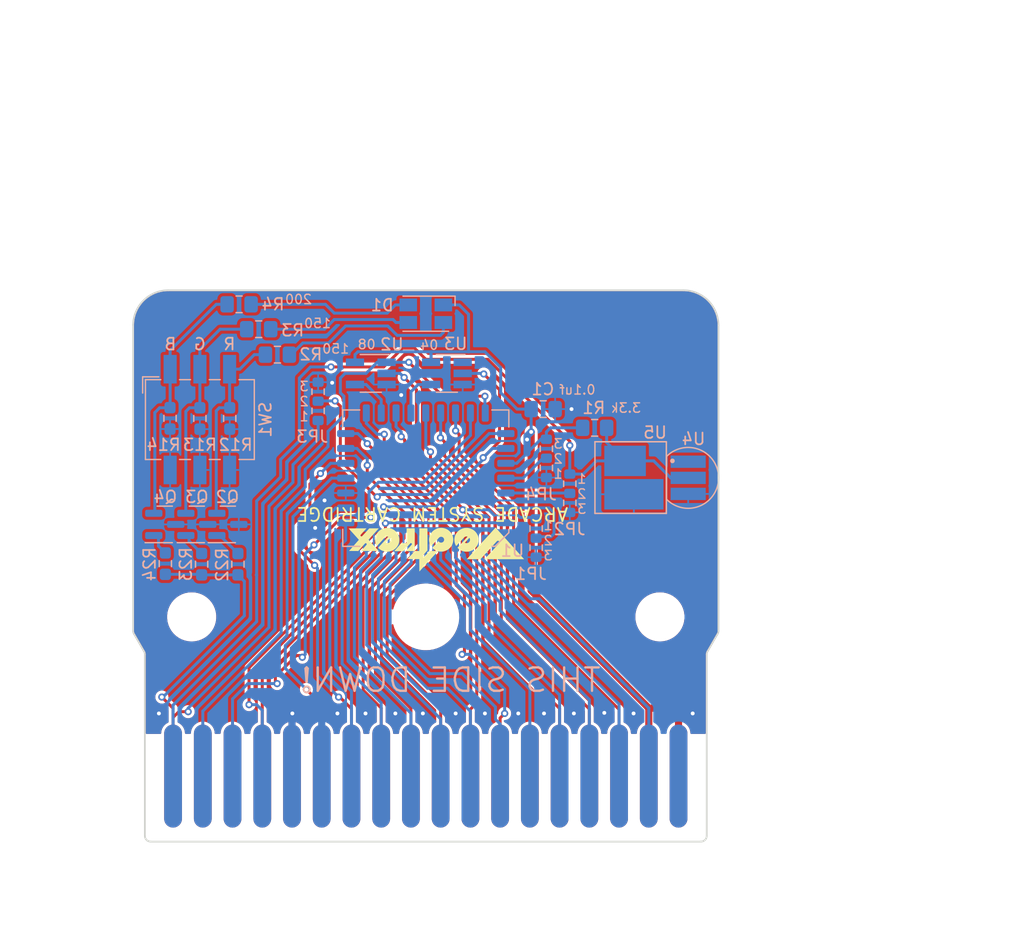
<source format=kicad_pcb>
(kicad_pcb (version 20221018) (generator pcbnew)
  (title_block (title "Vectrex Cartridge") (date "2024-01-13") (rev "v1.4") (company "Brett Walach"))
  (layers (0 "F.Cu" signal) (31 "B.Cu" signal) (34 "B.Paste" user) (35 "F.Paste" user) (36 "B.SilkS" user "B.Silkscreen") (37 "F.SilkS" user "F.Silkscreen") (38 "B.Mask" user) (39 "F.Mask" user) (44 "Edge.Cuts" user))
  (net 0 "")
  (net 1 "GND")
  (net 2 "V-HALT")
  (net 3 "V-OE")
  (net 4 "V-RW")
  (net 5 "V-PB6")
  (net 6 "C_D7")
  (net 7 "C_D6")
  (net 8 "C_D5")
  (net 9 "C_D4")
  (net 10 "C_D3")
  (net 11 "C_D0")
  (net 12 "C_D1")
  (net 13 "C_D2")
  (net 14 "C_A8")
  (net 15 "C_A9")
  (net 16 "C_A11")
  (net 17 "C_A10")
  (net 18 "C_A7")
  (net 19 "C_A6")
  (net 20 "C_A5")
  (net 21 "C_A4")
  (net 22 "C_A3")
  (net 23 "C_A2")
  (net 24 "C_A1")
  (net 25 "C_A0")
  (net 26 "C_A12")
  (net 27 "C_A13")
  (net 28 "C_A14")
  (net 29 "V-CART")
  (net 30 "V-NMI")
  (net 31 "V-IRQ")
  (net 32 "+5V")
  (net 33 "Net-(D1-BK)")
  (net 34 "Net-(D1-GK)")
  (net 35 "Net-(D1-RK)")
  (net 36 "Net-(JP1-C)")
  (net 37 "Net-(JP2-C)")
  (net 38 "C000_FFFF")
  (net 39 "{slash}V-RW")
  (net 40 "C_A15")
  (net 41 "Net-(JP3-C)")
  (net 42 "Net-(JP4-C)")
  (net 43 "Net-(Q2-B)")
  (net 44 "Net-(Q2-E)")
  (net 45 "Net-(Q3-B)")
  (net 46 "Net-(Q3-E)")
  (net 47 "Net-(Q4-B)")
  (net 48 "Net-(Q4-E)")
  (footprint "vectrex-cartridge:vectrex-edge-connector-thinner-no-soldermask-no-silk" (layer "F.Cu") (at 141.7 131.2 180)
    (fp_text reference "CON1" hide)
    (fp_text value "vectrex-edge-connector" hide)
  )
  (footprint "vectrex-cartridge:Mounting_Hole_D3.7mm" (layer "F.Cu") (at 161.7 117.6)
    (fp_text reference "H1" hide)
    (fp_text value "3.7mm" hide)
  )
  (footprint "vectrex-cartridge:Mounting_Hole_D5.2mm" (layer "F.Cu") (at 141.7 117.6)
    (fp_text reference "H2" hide)
    (fp_text value "5.2mm" hide)
  )
  (footprint "vectrex-cartridge:Mounting_Hole_D3.7mm" (layer "F.Cu") (at 121.7 117.6)
    (fp_text reference "H3" hide)
    (fp_text value "3.7mm" hide)
  )
  (footprint "vectrex-cartridge:vectrex-us-silkscreen-15mm" (layer "F.Cu") (at 142.6 111.85 180)
    (fp_text reference "G2" hide)
    (fp_text value "LOGO" hide)
  )
  (footprint "vectrex-cartridge:R_0603_1608Metric_Jumper_12_Bridged" (layer "B.Cu") (at 151.125 110.05 -90)
    (fp_text reference "JP1")
    (fp_text value "C_A15/A15/GND")
  )
  (footprint "Resistor_SMD:R_0805_2012Metric_Pad1.15x1.40mm_HandSolder" (layer "B.Cu") (at 156.125 101.45)
    (fp_text reference "R1")
    (fp_text value "3.3k 0805" hide)
  )
  (footprint "Package_LCC:PLCC-32_11.4x14.0mm_P1.27mm" (layer "B.Cu") (at 141.7 105.75 90)
    (fp_text reference "U1")
    (fp_text value "SST39SF010A/020A/040A" hide)
  )
  (footprint "Capacitor_SMD:C_0805_2012Metric_Pad1.15x1.40mm_HandSolder" (layer "B.Cu") (at 151.725 99.85)
    (fp_text reference "C1")
    (fp_text value "0.1uF 0805" hide)
  )
  (footprint "Resistor_SMD:R_0805_2012Metric_Pad1.15x1.40mm_HandSolder" (layer "B.Cu") (at 125.75 90.9 180)
    (fp_text reference "R4")
    (fp_text value "200 0805")
  )
  (footprint "vectrex-cartridge:SW_DIP_SPSTx03_Slide_6.7x9.18mm_W8.61mm_P2.54mm_LowProfile_NoSWSilk" (layer "B.Cu") (at 122.4 100.745 -90)
    (fp_text reference "SW1")
    (fp_text value "SW_DIP_x03")
  )
  (footprint "Resistor_SMD:R_0805_2012Metric_Pad1.15x1.40mm_HandSolder" (layer "B.Cu") (at 127.425 93.025 180)
    (fp_text reference "R3")
    (fp_text value "150 0805")
  )
  (footprint "Resistor_SMD:R_0805_2012Metric_Pad1.15x1.40mm_HandSolder" (layer "B.Cu") (at 129.025 95.2 180)
    (fp_text reference "R2")
    (fp_text value "150 0805")
  )
  (footprint "vectrex-cartridge:LED_Avago_PLCC4_3.2x2.8mm_CW" (layer "B.Cu") (at 141.7 91.7 180)
    (fp_text reference "D1")
    (fp_text value "ASMB-MTB0-0A3A2")
  )
  (footprint "Resistor_SMD:R_0603_1608Metric_Pad0.98x0.95mm_HandSolder" (layer "B.Cu") (at 124.95 100.65 90)
    (fp_text reference "R12")
    (fp_text value "0 0603")
  )
  (footprint "Package_TO_SOT_SMD:SOT-23" (layer "B.Cu") (at 124.7875 109.7)
    (fp_text reference "Q2")
    (fp_text value "MMBT4403")
  )
  (footprint "vectrex-cartridge:R_0603_1608Metric_Jumper_12_Bridged" (layer "B.Cu") (at 154 106.225 -90)
    (fp_text reference "JP2")
    (fp_text value "PB6/A16/GND")
  )
  (footprint "Resistor_SMD:R_0603_1608Metric_Pad0.98x0.95mm_HandSolder" (layer "B.Cu") (at 125.65 113.1 90)
    (fp_text reference "R22")
    (fp_text value "1k 0603")
  )
  (footprint "vectrex-cartridge:R_0603_1608Metric_Jumper_12_Bridged" (layer "B.Cu") (at 152 104.875 90)
    (fp_text reference "JP4")
    (fp_text value "GND/A18/+5V")
  )
  (footprint "Resistor_SMD:R_0603_1608Metric_Pad0.98x0.95mm_HandSolder" (layer "B.Cu") (at 122.4 100.65 90)
    (fp_text reference "R13")
    (fp_text value "0 0603")
  )
  (footprint "Resistor_SMD:R_0603_1608Metric_Pad0.98x0.95mm_HandSolder" (layer "B.Cu") (at 119.85 100.6375 90)
    (fp_text reference "R14")
    (fp_text value "0 0603")
  )
  (footprint "Package_TO_SOT_SMD:SOT-23-5_HandSoldering" (layer "B.Cu") (at 137 96.8 180)
    (fp_text reference "U2")
    (fp_text value "NC7ST08M5X (Do Not Substitute)" hide)
  )
  (footprint "vectrex-cartridge:R_0603_1608Metric_Jumper_12_Bridged" (layer "B.Cu") (at 132.5 100 90)
    (fp_text reference "JP3")
    (fp_text value "IRQ/A17/GND")
  )
  (footprint "Package_TO_SOT_SMD:SOT-23-5_HandSoldering" (layer "B.Cu") (at 143.5 96.8 180)
    (fp_text reference "U3")
    (fp_text value "SN74AHC1G04DBVR (Schmitt-Trigger)" hide)
  )
  (footprint "vectrex-cartridge:2SFN_6mmx6mm" (layer "B.Cu") (at 159.2 105.7 180)
    (fp_text reference "U5")
    (fp_text value "DS2431G+ 2-SFN")
  )
  (footprint "Resistor_SMD:R_0603_1608Metric_Pad0.98x0.95mm_HandSolder" (layer "B.Cu") (at 122.55 113.1 90)
    (fp_text reference "R23")
    (fp_text value "1k 0603")
  )
  (footprint "Package_TO_SOT_SMD:SOT-23" (layer "B.Cu") (at 122.1375 109.7)
    (fp_text reference "Q3")
    (fp_text value "MMBT4403")
  )
  (footprint "vectrex-cartridge:vectrex-us-soldermask-15mm" (layer "B.Cu") (at 157.15 93.15 180)
    (fp_text reference "G1" hide)
    (fp_text value "LOGO" hide)
  )
  (footprint "Package_TO_SOT_SMD:SOT-23" (layer "B.Cu") (at 119.4 109.7)
    (fp_text reference "Q4")
    (fp_text value "MMBT4403")
  )
  (footprint "vectrex-cartridge:TO-92_Inline_BW_SMT" (layer "B.Cu") (at 164.115 106.995 90)
    (fp_text reference "U4")
    (fp_text value "DS2431+ TO-92")
  )
  (footprint "Resistor_SMD:R_0603_1608Metric_Pad0.98x0.95mm_HandSolder" (layer "B.Cu") (at 119.45 113.05 90)
    (fp_text reference "R24")
    (fp_text value "1k 0603")
  )
  (gr_circle (center 131.530742 123.8) (end 131.780742 123.9) (stroke (width 0.15)) (fill none) (layer "B.SilkS"))
  (gr_line (start 118.2 136.8) (end 165.2 136.8) (stroke (width 0.15)) (layer "Edge.Cuts"))
  (gr_line (start 163.7 89.7) (end 119.7 89.7) (stroke (width 0.15)) (layer "Edge.Cuts"))
  (gr_line (start 116.7 92.65) (end 116.7 118.8) (stroke (width 0.15)) (layer "Edge.Cuts"))
  (gr_line (start 166.7 118.8) (end 166.7 92.7) (stroke (width 0.15)) (layer "Edge.Cuts"))
  (gr_arc (start 118.2 136.8) (mid 117.846447 136.653553) (end 117.7 136.3) (stroke (width 0.15)) (layer "Edge.Cuts"))
  (gr_arc (start 166.7 118.8) (mid 166.676572 118.951258) (end 166.608484 119.088342) (stroke (width 0.15)) (layer "Edge.Cuts"))
  (gr_line (start 117.7 120.8) (end 117.7 136.3) (stroke (width 0.15)) (layer "Edge.Cuts"))
  (gr_arc (start 116.700001 92.65) (mid 117.596138 90.560781) (end 119.7 89.699584) (stroke (width 0.15)) (layer "Edge.Cuts"))
  (gr_arc (start 165.7 120.8) (mid 165.723131 120.64968) (end 165.790384 120.513269) (stroke (width 0.15)) (layer "Edge.Cuts"))
  (gr_arc (start 163.7 89.7) (mid 165.82132 90.57868) (end 166.7 92.7) (stroke (width 0.15)) (layer "Edge.Cuts"))
  (gr_line (start 117.606867 120.509381) (end 116.790904 119.087473) (stroke (width 0.15)) (layer "Edge.Cuts"))
  (gr_arc (start 165.7 136.3) (mid 165.553553 136.653553) (end 165.2 136.8) (stroke (width 0.15)) (layer "Edge.Cuts"))
  (gr_arc (start 117.606867 120.509381) (mid 117.676148 120.647411) (end 117.7 120.8) (stroke (width 0.15)) (layer "Edge.Cuts"))
  (gr_arc (start 116.790904 119.087473) (mid 116.723267 118.950752) (end 116.7 118.8) (stroke (width 0.15)) (layer "Edge.Cuts"))
  (gr_line (start 165.790384 120.513269) (end 166.608484 119.088342) (stroke (width 0.15)) (layer "Edge.Cuts"))
  (gr_line (start 165.7 136.3) (end 165.7 120.8) (stroke (width 0.15)) (layer "Edge.Cuts"))
  (gr_text "200" (at 130.825 90.475) (layer "B.SilkS") (effects (font (size 0.8 0.8) (thickness 0.12)) (justify mirror)))
  (gr_text "THIS SIDE DOWN!" (at 143.85 123) (layer "B.SilkS") (effects (font (size 2 2) (thickness 0.2)) (justify mirror)))
  (gr_text "1\n2\n3" (at 152.15 111.075) (layer "B.SilkS") (effects (font (size 0.8 0.8) (thickness 0.12)) (justify mirror)))
  (gr_text "3\n2\n1" (at 153 104.1) (layer "B.SilkS") (effects (font (size 0.8 0.8) (thickness 0.12)) (justify mirror)))
  (gr_text "3\n2\n1" (at 131.3 99.2) (layer "B.SilkS") (effects (font (size 0.8 0.8) (thickness 0.12)) (justify mirror)))
  (gr_text "R  G  B" (at 122.4 94.3) (layer "B.SilkS") (effects (font (size 1 1)) (justify mirror)))
  (gr_text "150\n" (at 134 94.7) (layer "B.SilkS") (effects (font (size 0.8 0.8) (thickness 0.12)) (justify mirror)))
  (gr_text "1\n2\n3" (at 155.025 107.1) (layer "B.SilkS") (effects (font (size 0.8 0.8) (thickness 0.12)) (justify mirror)))
  (gr_text "3.3k" (at 158.8 99.75) (layer "B.SilkS") (effects (font (size 0.8 0.8) (thickness 0.12)) (justify mirror)))
  (gr_text "08" (at 136.65 94.325) (layer "B.SilkS") (effects (font (size 0.8 0.8) (thickness 0.12)) (justify mirror)))
  (gr_text "0.1uf" (at 154.65 98.2) (layer "B.SilkS") (effects (font (size 0.8 0.8) (thickness 0.12)) (justify mirror)))
  (gr_text "150" (at 132.45 92.525) (layer "B.SilkS") (effects (font (size 0.8 0.8) (thickness 0.12)) (justify mirror)))
  (gr_text "04" (at 142 94.375) (layer "B.SilkS") (effects (font (size 0.8 0.8) (thickness 0.12)) (justify mirror)))
  (gr_text "ARCADE SYSTEM CARTRIDGE" (at 142.25 108.8 180) (layer "F.SilkS") (effects (font (size 1.12 1.12))))
  (segment (start 130.27 125.88) (end 130.27 131.2) (width 0.6096) (layer "F.Cu") (net 1))
  (segment (start 130.3 125.85) (end 130.27 125.88) (width 0.6096) (layer "F.Cu") (net 1))
  (via (at 133.05 107.65) (size 0.6096) (drill 0.3302) (layers "F.Cu" "B.Cu") (net 1))
  (via (at 141.45 125.85) (size 0.6096) (drill 0.3302) (layers "F.Cu" "B.Cu") (net 1))
  (via (at 164.5 125.85) (size 0.6096) (drill 0.3302) (layers "F.Cu" "B.Cu") (net 1))
  (via (at 139.6 98.65) (size 0.6096) (drill 0.3302) (layers "F.Cu" "B.Cu") (net 1))
  (via (at 134.15 125.85) (size 0.6096) (drill 0.3302) (layers "F.Cu" "B.Cu") (net 1))
  (via (at 146.75 125.85) (size 0.6096) (drill 0.3302) (layers "F.Cu" "B.Cu") (net 1))
  (via (at 133.7 97.6) (size 0.6096) (drill 0.3302) (layers "F.Cu" "B.Cu") (net 1))
  (via (at 144.25 125.85) (size 0.6096) (drill 0.3302) (layers "F.Cu" "B.Cu") (net 1))
  (via (at 136.55 125.85) (size 0.6096) (drill 0.3302) (layers "F.Cu" "B.Cu") (net 1))
  (via (at 156.95 125.8) (size 0.6096) (drill 0.3302) (layers "F.Cu" "B.Cu") (net 1))
  (via (at 154.35 125.85) (size 0.6096) (drill 0.3302) (layers "F.Cu" "B.Cu") (net 1))
  (via (at 154.15 99.85) (size 0.6096) (drill 0.3302) (layers "F.Cu" "B.Cu") (net 1))
  (via (at 132.25 110) (size 0.6096) (drill 0.3302) (layers "F.Cu" "B.Cu") (net 1))
  (via (at 149.6 125.85) (size 0.6096) (drill 0.3302) (layers "F.Cu" "B.Cu") (net 1))
  (via (at 159.45 125.85) (size 0.6096) (drill 0.3302) (layers "F.Cu" "B.Cu") (net 1))
  (via (at 130.3 125.85) (size 0.6096) (drill 0.3302) (layers "F.Cu" "B.Cu") (net 1))
  (via (at 151.8 125.85) (size 0.6096) (drill 0.3302) (layers "F.Cu" "B.Cu") (net 1))
  (via (at 139.1 125.85) (size 0.6096) (drill 0.3302) (layers "F.Cu" "B.Cu") (net 1))
  (via (at 118.9 125.85) (size 0.6096) (drill 0.3302) (layers "F.Cu" "B.Cu") (net 1))
  (segment (start 130.9 125.25) (end 132.81 125.25) (width 0.6096) (layer "B.Cu") (net 1))
  (segment (start 130.3 125.85) (end 130.9 125.25) (width 0.6096) (layer "B.Cu") (net 1))
  (segment (start 132.81 125.25) (end 132.81 131.2) (width 0.6096) (layer "B.Cu") (net 1))
  (segment (start 130.27 131.2) (end 130.27 125.88) (width 0.6096) (layer "B.Cu") (net 1))
  (segment (start 130.27 125.88) (end 130.3 125.85) (width 0.6096) (layer "B.Cu") (net 1))
  (segment (start 148 102.6) (end 148 98.2) (width 0.254) (layer "F.Cu") (net 4))
  (segment (start 139.05 109.15) (end 139.05 110.95) (width 0.254) (layer "F.Cu") (net 4))
  (segment (start 148 98.2) (end 146.65 96.85) (width 0.254) (layer "F.Cu") (net 4))
  (segment (start 146.6 104) (end 148 102.6) (width 0.254) (layer "F.Cu") (net 4))
  (segment (start 127.73 122.27) (end 127.73 131.2) (width 0.254) (layer "F.Cu") (net 4))
  (segment (start 139.05 110.95) (end 127.73 122.27) (width 0.254) (layer "F.Cu") (net 4))
  (segment (start 138.1 108.2) (end 139.05 109.15) (width 0.254) (layer "F.Cu") (net 4))
  (via (at 146.65 96.85) (size 0.6096) (drill 0.3302) (layers "F.Cu" "B.Cu") (net 4))
  (via (at 146.6 104) (size 0.6096) (drill 0.3302) (layers "F.Cu" "B.Cu") (net 4))
  (via (at 138.1 108.2) (size 0.6096) (drill 0.3302) (layers "F.Cu" "B.Cu") (net 4))
  (segment (start 144.85 96.8) (end 146.6 96.8) (width 0.254) (layer "B.Cu") (net 4))
  (segment (start 142.55 108.2) (end 146.6 104.15) (width 0.254) (layer "B.Cu") (net 4))
  (segment (start 146.6 104) (end 147.39 103.21) (width 0.254) (layer "B.Cu") (net 4))
  (segment (start 146.6 96.8) (end 146.65 96.85) (width 0.254) (layer "B.Cu") (net 4))
  (segment (start 146.6 104.15) (end 146.6 104) (width 0.254) (layer "B.Cu") (net 4))
  (segment (start 147.39 103.21) (end 148.5375 103.21) (width 0.254) (layer "B.Cu") (net 4))
  (segment (start 138.1 108.2) (end 142.55 108.2) (width 0.254) (layer "B.Cu") (net 4))
  (segment (start 154 102.6) (end 154 102.95) (width 0.254) (layer "F.Cu") (net 5))
  (segment (start 138.1 96.25) (end 139.7 94.65) (width 0.254) (layer "F.Cu") (net 5))
  (segment (start 141.7 95.6) (end 147 95.6) (width 0.254) (layer "F.Cu") (net 5))
  (segment (start 147 95.6) (end 154 102.6) (width 0.254) (layer "F.Cu") (net 5))
  (segment (start 140.75 94.65) (end 141.7 95.6) (width 0.254) (layer "F.Cu") (net 5))
  (segment (start 133.6 96.25) (end 138.1 96.25) (width 0.254) (layer "F.Cu") (net 5))
  (segment (start 139.7 94.65) (end 140.75 94.65) (width 0.254) (layer "F.Cu") (net 5))
  (via (at 154 102.95) (size 0.6096) (drill 0.3302) (layers "F.Cu" "B.Cu") (net 5))
  (via (at 133.6 96.25) (size 0.6096) (drill 0.3302) (layers "F.Cu" "B.Cu") (net 5))
  (segment (start 130.9 102.55) (end 129.3 104.15) (width 0.254) (layer "B.Cu") (net 5))
  (segment (start 156.275 104.275) (end 158.725 104.275) (width 0.254) (layer "B.Cu") (net 5))
  (segment (start 127.25 114.05) (end 127.25 118) (width 0.254) (layer "B.Cu") (net 5))
  (segment (start 131.85 96.25) (end 130.9 97.2) (width 0.254) (layer "B.Cu") (net 5))
  (segment (start 157.15 102.7) (end 158.725 104.275) (width 0.254) (layer "B.Cu") (net 5))
  (segment (start 154 105.4) (end 155.15 105.4) (width 0.254) (layer "B.Cu") (net 5))
  (segment (start 157.15 101.45) (end 157.15 102.7) (width 0.254) (layer "B.Cu") (net 5))
  (segment (start 158.725 104.275) (end 161.171 104.275) (width 0.254) (layer "B.Cu") (net 5))
  (segment (start 133.6 96.25) (end 131.85 96.25) (width 0.254) (layer "B.Cu") (net 5))
  (segment (start 127.25 118) (end 120.11 125.14) (width 0.254) (layer "B.Cu") (net 5))
  (segment (start 130.9 97.2) (end 130.9 102.55) (width 0.254) (layer "B.Cu") (net 5))
  (segment (start 154 105.4) (end 154 102.95) (width 0.254) (layer "B.Cu") (net 5))
  (segment (start 161.171 104.275) (end 162.621 105.725) (width 0.254) (layer "B.Cu") (net 5))
  (segment (start 120.11 125.14) (end 120.11 131.2) (width 0.254) (layer "B.Cu") (net 5))
  (segment (start 155.15 105.4) (end 156.275 104.275) (width 0.254) (layer "B.Cu") (net 5))
  (segment (start 129.3 105.65) (end 127.25 107.7) (width 0.254) (layer "B.Cu") (net 5))
  (segment (start 129.3 104.15) (end 129.3 105.65) (width 0.254) (layer "B.Cu") (net 5))
  (segment (start 127.25 107.7) (end 127.25 114.05) (width 0.254) (layer "B.Cu") (net 5))
  (segment (start 162.621 105.725) (end 164.115 105.725) (width 0.254) (layer "B.Cu") (net 5))
  (segment (start 127.2125 114.0125) (end 127.25 114.05) (width 0.254) (layer "B.Cu") (net 5))
  (segment (start 138.95 105.4) (end 142.4 108.85) (width 0.254) (layer "F.Cu") (net 6))
  (segment (start 142.4 108.85) (end 142.4 111.95) (width 0.254) (layer "F.Cu") (net 6))
  (segment (start 142.97 125.37) (end 142.97 131.2) (width 0.254) (layer "F.Cu") (net 6))
  (segment (start 142.4 111.95) (end 138.4 115.95) (width 0.254) (layer "F.Cu") (net 6))
  (segment (start 138.4 115.95) (end 138.4 120.8) (width 0.254) (layer "F.Cu") (net 6))
  (segment (start 138.95 103.5) (end 138.95 105.4) (width 0.254) (layer "F.Cu") (net 6))
  (segment (start 138.15 102.7) (end 138.95 103.5) (width 0.254) (layer "F.Cu") (net 6))
  (segment (start 138.4 120.8) (end 142.97 125.37) (width 0.254) (layer "F.Cu") (net 6))
  (segment (start 138.15 102) (end 138.15 102.7) (width 0.254) (layer "F.Cu") (net 6))
  (via (at 138.15 102) (size 0.6096) (drill 0.3302) (layers "F.Cu" "B.Cu") (net 6))
  (segment (start 137.55 102) (end 136.62 101.07) (width 0.254) (layer "B.Cu") (net 6))
  (segment (start 138.15 102) (end 137.55 102) (width 0.254) (layer "B.Cu") (net 6))
  (segment (start 136.62 101.07) (end 136.62 100.1875) (width 0.254) (layer "B.Cu") (net 6))
  (segment (start 140.43 125.43) (end 140.43 131.2) (width 0.254) (layer "F.Cu") (net 7))
  (segment (start 137.4 115.5) (end 137.4 122.4) (width 0.254) (layer "F.Cu") (net 7))
  (segment (start 136.7 102.8) (end 137.9 104) (width 0.254) (layer "F.Cu") (net 7))
  (segment (start 137.9 105.75) (end 141.45 109.3) (width 0.254) (layer "F.Cu") (net 7))
  (segment (start 141.45 109.3) (end 141.45 111.45) (width 0.254) (layer "F.Cu") (net 7))
  (segment (start 137.9 104) (end 137.9 105.75) (width 0.254) (layer "F.Cu") (net 7))
  (segment (start 141.45 111.45) (end 137.4 115.5) (width 0.254) (layer "F.Cu") (net 7))
  (segment (start 137.4 122.4) (end 140.43 125.43) (width 0.254) (layer "F.Cu") (net 7))
  (via (at 136.7 102.8) (size 0.6096) (drill 0.3302) (layers "F.Cu" "B.Cu") (net 7))
  (segment (start 135.89 101.94) (end 134.8625 101.94) (width 0.254) (layer "B.Cu") (net 7))
  (segment (start 136.7 102.8) (end 136.7 102.75) (width 0.254) (layer "B.Cu") (net 7))
  (segment (start 136.7 102.75) (end 135.89 101.94) (width 0.254) (layer "B.Cu") (net 7))
  (segment (start 136.7 105.52583) (end 140.35 109.17583) (width 0.254) (layer "F.Cu") (net 8))
  (segment (start 136.35 123.85) (end 137.89 125.39) (width 0.254) (layer "F.Cu") (net 8))
  (segment (start 140.35 109.17583) (end 140.35 111.1) (width 0.254) (layer "F.Cu") (net 8))
  (segment (start 136.35 115.1) (end 136.35 123.85) (width 0.254) (layer "F.Cu") (net 8))
  (segment (start 140.35 111.1) (end 136.35 115.1) (width 0.254) (layer "F.Cu") (net 8))
  (segment (start 136.7 104.65) (end 136.7 105.52583) (width 0.254) (layer "F.Cu") (net 8))
  (segment (start 137.89 125.39) (end 137.89 131.2) (width 0.254) (layer "F.Cu") (net 8))
  (via (at 136.7 104.65) (size 0.6096) (drill 0.3302) (layers "F.Cu" "B.Cu") (net 8))
  (segment (start 135.81 103.21) (end 134.8625 103.21) (width 0.254) (layer "B.Cu") (net 8))
  (segment (start 136.7 104.1) (end 135.81 103.21) (width 0.254) (layer "B.Cu") (net 8))
  (segment (start 136.7 104.65) (end 136.7 104.1) (width 0.254) (layer "B.Cu") (net 8))
  (segment (start 134.35 124.45) (end 135.35 125.45) (width 0.254) (layer "F.Cu") (net 9))
  (segment (start 130.85 111.85) (end 130.85 109.9) (width 0.254) (layer "F.Cu") (net 9))
  (segment (start 132.2 113.2) (end 130.85 111.85) (width 0.254) (layer "F.Cu") (net 9))
  (segment (start 130.85 109.9) (end 131.8 108.95) (width 0.254) (layer "F.Cu") (net 9))
  (segment (start 134.25 124.45) (end 134.35 124.45) (width 0.254) (layer "F.Cu") (net 9))
  (segment (start 135.35 125.45) (end 135.35 131.2) (width 0.254) (layer "F.Cu") (net 9))
  (segment (start 131.8 106.25) (end 132.7 105.35) (width 0.254) (layer "F.Cu") (net 9))
  (segment (start 131.8 108.95) (end 131.8 106.25) (width 0.254) (layer "F.Cu") (net 9))
  (via (at 134.25 124.45) (size 0.6096) (drill 0.3302) (layers "F.Cu" "B.Cu") (net 9))
  (via (at 132.2 113.2) (size 0.6096) (drill 0.3302) (layers "F.Cu" "B.Cu") (net 9))
  (via (at 132.7 105.35) (size 0.6096) (drill 0.3302) (layers "F.Cu" "B.Cu") (net 9))
  (segment (start 132.2 113.2) (end 132.45 113.45) (width 0.254) (layer "B.Cu") (net 9))
  (segment (start 132.45 113.45) (end 132.45 122.65) (width 0.254) (layer "B.Cu") (net 9))
  (segment (start 132.45 122.65) (end 134.25 124.45) (width 0.254) (layer "B.Cu") (net 9))
  (segment (start 133.57 104.48) (end 132.7 105.35) (width 0.254) (layer "B.Cu") (net 9))
  (segment (start 134.8625 104.48) (end 133.57 104.48) (width 0.254) (layer "B.Cu") (net 9))
  (segment (start 132.81 125.11) (end 132.81 131.2) (width 0.254) (layer "F.Cu") (net 10))
  (segment (start 131.5 123.8) (end 132.81 125.11) (width 0.254) (layer "F.Cu") (net 10))
  (via (at 131.5 123.8) (size 0.6096) (drill 0.3302) (layers "F.Cu" "B.Cu") (net 10))
  (segment (start 133.65 105.75) (end 134.8625 105.75) (width 0.254) (layer "B.Cu") (net 10))
  (segment (start 129.7 122) (end 129.7 120.05) (width 0.254) (layer "B.Cu") (net 10))
  (segment (start 131.5 123.8) (end 129.7 122) (width 0.254) (layer "B.Cu") (net 10))
  (segment (start 129.7 120.05) (end 130.35 119.4) (width 0.254) (layer "B.Cu") (net 10))
  (segment (start 130.35 109.05) (end 133.65 105.75) (width 0.254) (layer "B.Cu") (net 10))
  (segment (start 130.35 119.4) (end 130.35 109.05) (width 0.254) (layer "B.Cu") (net 10))
  (segment (start 135.6 121) (end 140.43 125.83) (width 0.254) (layer "B.Cu") (net 11))
  (segment (start 140.43 125.83) (end 140.43 131.2) (width 0.254) (layer "B.Cu") (net 11))
  (segment (start 136.62 111.3125) (end 136.62 112.38) (width 0.254) (layer "B.Cu") (net 11))
  (segment (start 136.62 112.38) (end 135.6 113.4) (width 0.254) (layer "B.Cu") (net 11))
  (segment (start 135.6 113.4) (end 135.6 121) (width 0.254) (layer "B.Cu") (net 11))
  (segment (start 137.89 124.94) (end 137.89 131.2) (width 0.254) (layer "B.Cu") (net 12))
  (segment (start 134.85 109.5725) (end 134.85 111.05) (width 0.254) (layer "B.Cu") (net 12))
  (segment (start 134.55 121.6) (end 137.89 124.94) (width 0.254) (layer "B.Cu") (net 12))
  (segment (start 134.85 111.05) (end 134.55 111.35) (width 0.254) (layer "B.Cu") (net 12))
  (segment (start 134.55 111.35) (end 134.55 121.6) (width 0.254) (layer "B.Cu") (net 12))
  (segment (start 134.8625 109.56) (end 134.85 109.5725) (width 0.254) (layer "B.Cu") (net 12))
  (segment (start 134.8625 109.56) (end 134.65 109.7725) (width 0.254) (layer "B.Cu") (net 12))
  (segment (start 134.01 108.29) (end 133.5 108.8) (width 0.254) (layer "B.Cu") (net 13))
  (segment (start 134.8625 108.29) (end 134.01 108.29) (width 0.254) (layer "B.Cu") (net 13))
  (segment (start 133.5 122.1) (end 135.35 123.95) (width 0.254) (layer "B.Cu") (net 13))
  (segment (start 135.35 123.95) (end 135.35 131.2) (width 0.254) (layer "B.Cu") (net 13))
  (segment (start 133.5 108.8) (end 133.5 122.1) (width 0.254) (layer "B.Cu") (net 13))
  (segment (start 158.21 125.51) (end 158.21 131.2) (width 0.254) (layer "F.Cu") (net 14))
  (segment (start 144.25 101.7) (end 144.55 102) (width 0.254) (layer "F.Cu") (net 14))
  (segment (start 149.2 116.5) (end 158.21 125.51) (width 0.254) (layer "F.Cu") (net 14))
  (segment (start 144.55 102) (end 144.55 103.65) (width 0.254) (layer "F.Cu") (net 14))
  (segment (start 149.2 108.3) (end 149.2 116.5) (width 0.254) (layer "F.Cu") (net 14))
  (segment (start 144.55 103.65) (end 149.2 108.3) (width 0.254) (layer "F.Cu") (net 14))
  (via (at 144.25 101.7) (size 0.6096) (drill 0.3302) (layers "F.Cu" "B.Cu") (net 14))
  (segment (start 144.25 100.1975) (end 144.24 100.1875) (width 0.254) (layer "B.Cu") (net 14))
  (segment (start 144.25 101.7) (end 144.25 100.1975) (width 0.254) (layer "B.Cu") (net 14))
  (segment (start 148.15 108.7) (end 148.15 117.95) (width 0.254) (layer "F.Cu") (net 15))
  (segment (start 143.3 103.85) (end 148.15 108.7) (width 0.254) (layer "F.Cu") (net 15))
  (segment (start 148.15 117.95) (end 155.67 125.47) (width 0.254) (layer "F.Cu") (net 15))
  (segment (start 142.95 102.3) (end 143.3 102.65) (width 0.254) (layer "F.Cu") (net 15))
  (segment (start 155.67 125.47) (end 155.67 131.2) (width 0.254) (layer "F.Cu") (net 15))
  (segment (start 143.3 102.65) (end 143.3 103.85) (width 0.254) (layer "F.Cu") (net 15))
  (via (at 142.95 102.3) (size 0.6096) (drill 0.3302) (layers "F.Cu" "B.Cu") (net 15))
  (segment (start 142.95 102.3) (end 142.97 102.28) (width 0.254) (layer "B.Cu") (net 15))
  (segment (start 142.97 102.28) (end 142.97 100.1875) (width 0.254) (layer "B.Cu") (net 15))
  (segment (start 142.1 103.5) (end 142.1 104.1) (width 0.254) (layer "F.Cu") (net 16))
  (segment (start 147.1 119.4) (end 153.13 125.43) (width 0.254) (layer "F.Cu") (net 16))
  (segment (start 153.13 125.43) (end 153.13 131.2) (width 0.254) (layer "F.Cu") (net 16))
  (segment (start 142.1 104.1) (end 147.1 109.1) (width 0.254) (layer "F.Cu") (net 16))
  (segment (start 147.1 109.1) (end 147.1 119.4) (width 0.254) (layer "F.Cu") (net 16))
  (via (at 142.1 103.5) (size 0.6096) (drill 0.3302) (layers "F.Cu" "B.Cu") (net 16))
  (segment (start 141.7 103.1) (end 141.7 100.1875) (width 0.254) (layer "B.Cu") (net 16))
  (segment (start 142.1 103.5) (end 141.7 103.1) (width 0.254) (layer "B.Cu") (net 16))
  (segment (start 144.3 114.9) (end 144.3 109.95) (width 0.254) (layer "F.Cu") (net 17))
  (segment (start 143.55 108.5) (end 139.9 104.85) (width 0.254) (layer "F.Cu") (net 17))
  (segment (start 139.9 104.85) (end 139.9 102.5) (width 0.254) (layer "F.Cu") (net 17))
  (segment (start 144.3 109.95) (end 143.55 109.2) (width 0.254) (layer "F.Cu") (net 17))
  (segment (start 144.8 120.8) (end 145 120.6) (width 0.254) (layer "F.Cu") (net 17))
  (segment (start 143.55 109.2) (end 143.55 108.5) (width 0.254) (layer "F.Cu") (net 17))
  (segment (start 139.9 102.5) (end 139.6 102.2) (width 0.254) (layer "F.Cu") (net 17))
  (segment (start 148.437456 125.85) (end 148.05 126.237456) (width 0.254) (layer "F.Cu") (net 17))
  (segment (start 145 120.6) (end 145 115.6) (width 0.254) (layer "F.Cu") (net 17))
  (segment (start 145 115.6) (end 144.3 114.9) (width 0.254) (layer "F.Cu") (net 17))
  (segment (start 148.05 126.237456) (end 148.05 131.2) (width 0.254) (layer "F.Cu") (net 17))
  (via (at 144.8 120.8) (size 0.6096) (drill 0.3302) (layers "F.Cu" "B.Cu") (net 17))
  (via (at 139.6 102.2) (size 0.6096) (drill 0.3302) (layers "F.Cu" "B.Cu") (net 17))
  (via (at 148.437456 125.85) (size 0.6096) (drill 0.3302) (layers "F.Cu" "B.Cu") (net 17))
  (segment (start 139.6 102.2) (end 139.6 101.8) (width 0.254) (layer "B.Cu") (net 17))
  (segment (start 148.437456 123.787456) (end 148.437456 125.85) (width 0.254) (layer "B.Cu") (net 17))
  (segment (start 139.6 101.8) (end 139.16 101.36) (width 0.254) (layer "B.Cu") (net 17))
  (segment (start 139.16 101.36) (end 139.16 100.1875) (width 0.254) (layer "B.Cu") (net 17))
  (segment (start 144.8 120.8) (end 145.45 120.8) (width 0.254) (layer "B.Cu") (net 17))
  (segment (start 145.45 120.8) (end 148.437456 123.787456) (width 0.254) (layer "B.Cu") (net 17))
  (segment (start 160.75 125.4) (end 160.75 131.2) (width 0.254) (layer "B.Cu") (net 18))
  (segment (start 146.78 112.18) (end 150.65 116.05) (width 0.254) (layer "B.Cu") (net 18))
  (segment (start 146.78 111.3125) (end 146.78 112.18) (width 0.254) (layer "B.Cu") (net 18))
  (segment (start 150.65 116.05) (end 151.4 116.05) (width 0.254) (layer "B.Cu") (net 18))
  (segment (start 151.4 116.05) (end 160.75 125.4) (width 0.254) (layer "B.Cu") (net 18))
  (segment (start 145.51 112.36) (end 158.21 125.06) (width 0.254) (layer "B.Cu") (net 19))
  (segment (start 145.51 111.3125) (end 145.51 112.36) (width 0.254) (layer "B.Cu") (net 19))
  (segment (start 158.21 125.06) (end 158.21 131.2) (width 0.254) (layer "B.Cu") (net 19))
  (segment (start 144.24 111.3125) (end 144.24 112.54) (width 0.254) (layer "B.Cu") (net 20))
  (segment (start 144.24 112.54) (end 148.05 116.35) (width 0.254) (layer "B.Cu") (net 20))
  (segment (start 155.67 124.67) (end 155.67 131.2) (width 0.254) (layer "B.Cu") (net 20))
  (segment (start 148.05 116.35) (end 148.05 117.05) (width 0.254) (layer "B.Cu") (net 20))
  (segment (start 148.05 117.05) (end 155.67 124.67) (width 0.254) (layer "B.Cu") (net 20))
  (segment (start 146.8 117.95) (end 153.13 124.28) (width 0.254) (layer "B.Cu") (net 21))
  (segment (start 146.8 116.5625) (end 146.8 117.95) (width 0.254) (layer "B.Cu") (net 21))
  (segment (start 142.97 112.7325) (end 146.8 116.5625) (width 0.254) (layer "B.Cu") (net 21))
  (segment (start 153.13 124.28) (end 153.13 131.2) (width 0.254) (layer "B.Cu") (net 21))
  (segment (start 142.97 111.3125) (end 142.97 112.7325) (width 0.254) (layer "B.Cu") (net 21))
  (segment (start 145.5 116.75) (end 145.5 118.7) (width 0.254) (layer "B.Cu") (net 22))
  (segment (start 145.5 118.7) (end 150.59 123.79) (width 0.254) (layer "B.Cu") (net 22))
  (segment (start 141.7 112.95) (end 145.5 116.75) (width 0.254) (layer "B.Cu") (net 22))
  (segment (start 141.7 111.3125) (end 141.7 112.95) (width 0.254) (layer "B.Cu") (net 22))
  (segment (start 150.59 123.79) (end 150.59 131.2) (width 0.254) (layer "B.Cu") (net 22))
  (segment (start 148.05 126.75) (end 148.05 131.2) (width 0.254) (layer "B.Cu") (net 23))
  (segment (start 138.65 119.05) (end 142.05 122.45) (width 0.254) (layer "B.Cu") (net 23))
  (segment (start 147.65 125.3) (end 147.65 126.35) (width 0.254) (layer "B.Cu") (net 23))
  (segment (start 147.65 126.35) (end 148.05 126.75) (width 0.254) (layer "B.Cu") (net 23))
  (segment (start 138.65 114.8) (end 138.65 119.05) (width 0.254) (layer "B.Cu") (net 23))
  (segment (start 140.45 111.3325) (end 140.45 113) (width 0.254) (layer "B.Cu") (net 23))
  (segment (start 142.05 122.45) (end 144.8 122.45) (width 0.254) (layer "B.Cu") (net 23))
  (segment (start 140.45 113) (end 138.65 114.8) (width 0.254) (layer "B.Cu") (net 23))
  (segment (start 144.8 122.45) (end 147.65 125.3) (width 0.254) (layer "B.Cu") (net 23))
  (segment (start 140.43 111.3125) (end 140.45 111.3325) (width 0.254) (layer "B.Cu") (net 23))
  (segment (start 145.51 125.66) (end 145.51 131.2) (width 0.254) (layer "B.Cu") (net 24))
  (segment (start 137.65 114.35) (end 137.65 119.5) (width 0.254) (layer "B.Cu") (net 24))
  (segment (start 139.16 111.3125) (end 139.16 112.84) (width 0.254) (layer "B.Cu") (net 24))
  (segment (start 139.16 112.84) (end 137.65 114.35) (width 0.254) (layer "B.Cu") (net 24))
  (segment (start 143.55 123.7) (end 145.51 125.66) (width 0.254) (layer "B.Cu") (net 24))
  (segment (start 137.65 119.5) (end 141.85 123.7) (width 0.254) (layer "B.Cu") (net 24))
  (segment (start 141.85 123.7) (end 143.55 123.7) (width 0.254) (layer "B.Cu") (net 24))
  (segment (start 136.65 113.8) (end 136.65 120) (width 0.254) (layer "B.Cu") (net 25))
  (segment (start 137.89 112.56) (end 136.65 113.8) (width 0.254) (layer "B.Cu") (net 25))
  (segment (start 142.97 126.32) (end 142.97 131.2) (width 0.254) (layer "B.Cu") (net 25))
  (segment (start 137.89 111.3125) (end 137.89 112.56) (width 0.254) (layer "B.Cu") (net 25))
  (segment (start 136.65 120) (end 142.97 126.32) (width 0.254) (layer "B.Cu") (net 25))
  (segment (start 126.6 121.95) (end 126.6 125.1) (width 0.254) (layer "F.Cu") (net 26))
  (segment (start 138.25 109.6) (end 138.25 110.3) (width 0.254) (layer "F.Cu") (net 26))
  (segment (start 138.25 110.3) (end 126.6 121.95) (width 0.254) (layer "F.Cu") (net 26))
  (via (at 126.6 125.1) (size 0.6096) (drill 0.3302) (layers "F.Cu" "B.Cu") (net 26))
  (via (at 138.25 109.6) (size 0.6096) (drill 0.3302) (layers "F.Cu" "B.Cu") (net 26))
  (segment (start 138.29 109.56) (end 148.5375 109.56) (width 0.254) (layer "B.Cu") (net 26))
  (segment (start 127.73 125.58) (end 127.73 131.2) (width 0.254) (layer "B.Cu") (net 26))
  (segment (start 126.6 125.1) (end 127.25 125.1) (width 0.254) (layer "B.Cu") (net 26))
  (segment (start 138.25 109.6) (end 138.29 109.56) (width 0.254) (layer "B.Cu") (net 26))
  (segment (start 127.25 125.1) (end 127.73 125.58) (width 0.254) (layer "B.Cu") (net 26))
  (segment (start 137 109.1) (end 134.5 109.1) (width 0.254) (layer "F.Cu") (net 27))
  (segment (start 130.65 120.9) (end 131 120.9) (width 0.254) (layer "F.Cu") (net 27))
  (segment (start 131 120.9) (end 131.15 121.05) (width 0.254) (layer "F.Cu") (net 27))
  (segment (start 128.85 122.7) (end 130.65 120.9) (width 0.254) (layer "F.Cu") (net 27))
  (segment (start 128.85 123.15) (end 128.85 122.7) (width 0.254) (layer "F.Cu") (net 27))
  (segment (start 134.5 109.1) (end 132.15 111.45) (width 0.254) (layer "F.Cu") (net 27))
  (segment (start 129 123.3) (end 128.85 123.15) (width 0.254) (layer "F.Cu") (net 27))
  (via (at 137 109.1) (size 0.6096) (drill 0.3302) (layers "F.Cu" "B.Cu") (net 27))
  (via (at 132.15 111.45) (size 0.6096) (drill 0.3302) (layers "F.Cu" "B.Cu") (net 27))
  (via (at 131.15 121.05) (size 0.6096) (drill 0.3302) (layers "F.Cu" "B.Cu") (net 27))
  (via (at 129 123.3) (size 0.6096) (drill 0.3302) (layers "F.Cu" "B.Cu") (net 27))
  (segment (start 131.15 121.05) (end 131.4 120.8) (width 0.254) (layer "B.Cu") (net 27))
  (segment (start 141.5 106.1) (end 145.51 102.09) (width 0.254) (layer "B.Cu") (net 27))
  (segment (start 137 109.1) (end 136.85 108.95) (width 0.254) (layer "B.Cu") (net 27))
  (segment (start 129 123.3) (end 126.5 123.3) (width 0.254) (layer "B.Cu") (net 27))
  (segment (start 137.65 106.1) (end 141.5 106.1) (width 0.254) (layer "B.Cu") (net 27))
  (segment (start 126.5 123.3) (end 125.19 124.61) (width 0.254) (layer "B.Cu") (net 27))
  (segment (start 131.4 112.2) (end 132.15 111.45) (width 0.254) (layer "B.Cu") (net 27))
  (segment (start 136.85 106.9) (end 137.65 106.1) (width 0.254) (layer "B.Cu") (net 27))
  (segment (start 145.51 102.09) (end 145.51 100.1875) (width 0.254) (layer "B.Cu") (net 27))
  (segment (start 131.4 120.8) (end 131.4 112.2) (width 0.254) (layer "B.Cu") (net 27))
  (segment (start 125.19 124.61) (end 125.19 131.2) (width 0.254) (layer "B.Cu") (net 27))
  (segment (start 136.85 108.95) (end 136.85 106.9) (width 0.254) (layer "B.Cu") (net 27))
  (segment (start 140.25 95.85) (end 143.15 98.75) (width 0.254) (layer "F.Cu") (net 28))
  (segment (start 143.15 98.75) (end 146.75 98.75) (width 0.254) (layer "F.Cu") (net 28))
  (via (at 140.25 95.85) (size 0.6096) (drill 0.3302) (layers "F.Cu" "B.Cu") (net 28))
  (via (at 146.75 98.75) (size 0.6096) (drill 0.3302) (layers "F.Cu" "B.Cu") (net 28))
  (segment (start 122.65 125.65) (end 129.35 118.95) (width 0.254) (layer "B.Cu") (net 28))
  (segment (start 136.6 96.8) (end 137.55 95.85) (width 0.254) (layer "B.Cu") (net 28))
  (segment (start 129.35 108.55) (end 131.4 106.5) (width 0.254) (layer "B.Cu") (net 28))
  (segment (start 134.4 98.45) (end 134.4 97.2) (width 0.254) (layer "B.Cu") (net 28))
  (segment (start 131.4 105) (end 133.35 103.05) (width 0.254) (layer "B.Cu") (net 28))
  (segment (start 133.35 101.75) (end 134.7 100.4) (width 0.254) (layer "B.Cu") (net 28))
  (segment (start 122.65 131.2) (end 122.65 125.65) (width 0.254) (layer "B.Cu") (net 28))
  (segment (start 146.75 100.1575) (end 146.78 100.1875) (width 0.254) (layer "B.Cu") (net 28))
  (segment (start 134.7 100.4) (end 134.7 98.75) (width 0.254) (layer "B.Cu") (net 28))
  (segment (start 129.35 118.95) (end 129.35 108.55) (width 0.254) (layer "B.Cu") (net 28))
  (segment (start 134.8 96.8) (end 136.6 96.8) (width 0.254) (layer "B.Cu") (net 28))
  (segment (start 140.25 95.85) (end 138.35 95.85) (width 0.254) (layer "B.Cu") (net 28))
  (segment (start 134.4 97.2) (end 134.8 96.8) (width 0.254) (layer "B.Cu") (net 28))
  (segment (start 133.35 103.05) (end 133.35 101.75) (width 0.254) (layer "B.Cu") (net 28))
  (segment (start 131.4 106.5) (end 131.4 105) (width 0.254) (layer "B.Cu") (net 28))
  (segment (start 134.7 98.75) (end 134.4 98.45) (width 0.254) (layer "B.Cu") (net 28))
  (segment (start 146.75 98.75) (end 146.75 100.1575) (width 0.254) (layer "B.Cu") (net 28))
  (segment (start 137.55 95.85) (end 138.35 95.85) (width 0.254) (layer "B.Cu") (net 28))
  (segment (start 119.15 124.45) (end 120.11 125.41) (width 0.254) (layer "F.Cu") (net 31))
  (segment (start 121.4 125.7) (end 120.6 125.7) (width 0.254) (layer "F.Cu") (net 31))
  (segment (start 120.11 126.19) (end 120.11 131.2) (width 0.254) (layer "F.Cu") (net 31))
  (segment (start 120.11 125.41) (end 120.11 131.2) (width 0.254) (layer "F.Cu") (net 31))
  (segment (start 120.6 125.7) (end 120.11 126.19) (width 0.254) (layer "F.Cu") (net 31))
  (via (at 121.4 125.7) (size 0.6096) (drill 0.3302) (layers "F.Cu" "B.Cu") (net 31))
  (via (at 119.15 124.45) (size 0.6096) (drill 0.3302) (layers "F.Cu" "B.Cu") (net 31))
  (segment (start 126.2 114.5625) (end 126.2 117.5) (width 0.254) (layer "B.Cu") (net 31))
  (segment (start 121.4 125.4) (end 128.3 118.5) (width 0.254) (layer "B.Cu") (net 31))
  (segment (start 121.4 125.7) (end 121.4 125.4) (width 0.254) (layer "B.Cu") (net 31))
  (segment (start 128.3 118.5) (end 128.3 108.15) (width 0.254) (layer "B.Cu") (net 31))
  (segment (start 119.45 113.9625) (end 122.5 113.9625) (width 0.254) (layer "B.Cu") (net 31))
  (segment (start 130.35 106.1) (end 130.35 104.6) (width 0.254) (layer "B.Cu") (net 31))
  (segment (start 128.3 108.15) (end 130.35 106.1) (width 0.254) (layer "B.Cu") (net 31))
  (segment (start 122.55 114.0125) (end 125.65 114.0125) (width 0.254) (layer "B.Cu") (net 31))
  (segment (start 125.65 114.0125) (end 126.2 114.5625) (width 0.254) (layer "B.Cu") (net 31))
  (segment (start 130.35 104.6) (end 132.5 102.45) (width 0.254) (layer "B.Cu") (net 31))
  (segment (start 132.5 102.45) (end 132.5 100.8) (width 0.254) (layer "B.Cu") (net 31))
  (segment (start 126.2 117.5) (end 119.25 124.45) (width 0.254) (layer "B.Cu") (net 31))
  (segment (start 119.25 124.45) (end 119.15 124.45) (width 0.254) (layer "B.Cu") (net 31))
  (segment (start 122.5 113.9625) (end 122.55 114.0125) (width 0.254) (layer "B.Cu") (net 31))
  (segment (start 163.29 131.2) (end 163.29 125.99) (width 0.6096) (layer "F.Cu") (net 32))
  (segment (start 150.7 115.348) (end 150.7 101.8) (width 0.6096) (layer "F.Cu") (net 32))
  (segment (start 162.698 125.398) (end 160.75 125.398) (width 0.6096) (layer "F.Cu") (net 32))
  (segment (start 158.8 123.448) (end 160.75 125.398) (width 0.6096) (layer "F.Cu") (net 32))
  (segment (start 160.75 125.398) (end 160.75 131.2) (width 0.6096) (layer "F.Cu") (net 32))
  (segment (start 158.8 123.448) (end 150.7 115.348) (width 0.6096) (layer "F.Cu") (net 32))
  (segment (start 163.29 125.99) (end 162.698 125.398) (width 0.6096) (layer "F.Cu") (net 32))
  (via (at 150.7 101.8) (size 0.6096) (drill 0.3302) (layers "F.Cu" "B.Cu") (net 32))
  (via (at 150.35 102.45) (size 0.6096) (drill 0.3302) (layers "F.Cu" "B.Cu") (net 32))
  (segment (start 149.5 99.85) (end 148.1 98.45) (width 0.254) (layer "B.Cu") (net 32))
  (segment (start 150.35 102.15) (end 150.35 102.45) (width 0.6096) (layer "B.Cu") (net 32))
  (segment (start 144.55 90.95) (end 145.35 91.75) (width 0.254) (layer "B.Cu") (net 32))
  (segment (start 152 101.8) (end 152 102.425) (width 0.254) (layer "B.Cu") (net 32))
  (segment (start 148.1 98.45) (end 148.1 96.3) (width 0.254) (layer "B.Cu") (net 32))
  (segment (start 135.9 94.95) (end 135.65 95.2) (width 0.254) (layer "B.Cu") (net 32))
  (segment (start 151.525 102.425) (end 149.47 104.48) (width 0.254) (layer "B.Cu") (net 32))
  (segment (start 145.35 91.75) (end 145.35 94.95) (width 0.254) (layer "B.Cu") (net 32))
  (segment (start 143.2 90.95) (end 144.55 90.95) (width 0.254) (layer "B.Cu") (net 32))
  (segment (start 146.75 94.95) (end 145.35 94.95) (width 0.254) (layer "B.Cu") (net 32))
  (segment (start 152 102.425) (end 151.525 102.425) (width 0.254) (layer "B.Cu") (net 32))
  (segment (start 142.15 95) (end 142.15 95.85) (width 0.254) (layer "B.Cu") (net 32))
  (segment (start 148.1 96.3) (end 146.75 94.95) (width 0.254) (layer "B.Cu") (net 32))
  (segment (start 150.7 99.85) (end 149.5 99.85) (width 0.254) (layer "B.Cu") (net 32))
  (segment (start 150.35 102.45) (end 150.35 103.6) (width 0.6096) (layer "B.Cu") (net 32))
  (segment (start 150.7 99.85) (end 150.7 101.8) (width 0.254) (layer "B.Cu") (net 32))
  (segment (start 149.47 104.48) (end 148.5375 104.48) (width 0.254) (layer "B.Cu") (net 32))
  (segment (start 155.1 101.45) (end 152.35 101.45) (width 0.254) (layer "B.Cu") (net 32))
  (segment (start 135.65 95.2) (end 135.65 95.85) (width 0.254) (layer "B.Cu") (net 32))
  (segment (start 145.35 94.95) (end 142.2 94.95) (width 0.254) (layer "B.Cu") (net 32))
  (segment (start 142.15 94.95) (end 135.9 94.95) (width 0.254) (layer "B.Cu") (net 32))
  (segment (start 142.15 95.85) (end 142.15 94.95) (width 0.254) (layer "B.Cu") (net 32))
  (segment (start 152.35 101.45) (end 152 101.8) (width 0.254) (layer "B.Cu") (net 32))
  (segment (start 142.2 94.95) (end 142.15 95) (width 0.254) (layer "B.Cu") (net 32))
  (segment (start 150.7 101.8) (end 150.35 102.15) (width 0.6096) (layer "B.Cu") (net 32))
  (segment (start 139.1 90.95) (end 138.4 91.65) (width 0.254) (layer "B.Cu") (net 33))
  (segment (start 138.4 91.65) (end 133.875 91.65) (width 0.254) (layer "B.Cu") (net 33))
  (segment (start 133.125 90.9) (end 126.775 90.9) (width 0.254) (layer "B.Cu") (net 33))
  (segment (start 140.2 90.95) (end 139.1 90.95) (width 0.254) (layer "B.Cu") (net 33))
  (segment (start 133.875 91.65) (end 133.125 90.9) (width 0.254) (layer "B.Cu") (net 33))
  (segment (start 133.05 93.025) (end 133.875 92.2) (width 0.254) (layer "B.Cu") (net 34))
  (segment (start 138.9 92.2) (end 139.15 92.45) (width 0.254) (layer "B.Cu") (net 34))
  (segment (start 139.15 92.45) (end 140.2 92.45) (width 0.254) (layer "B.Cu") (net 34))
  (segment (start 128.45 93.025) (end 133.05 93.025) (width 0.254) (layer "B.Cu") (net 34))
  (segment (start 133.875 92.2) (end 138.9 92.2) (width 0.254) (layer "B.Cu") (net 34))
  (segment (start 138.45 92.75) (end 134.85 92.75) (width 0.254) (layer "B.Cu") (net 35))
  (segment (start 134.85 92.75) (end 133.4 94.2) (width 0.254) (layer "B.Cu") (net 35))
  (segment (start 133.4 94.2) (end 131.2 94.2) (width 0.254) (layer "B.Cu") (net 35))
  (segment (start 143.2 92.45) (end 143.2 93.3) (width 0.254) (layer "B.Cu") (net 35))
  (segment (start 139.25 93.55) (end 138.45 92.75) (width 0.254) (layer "B.Cu") (net 35))
  (segment (start 130.2 95.2) (end 130.05 95.2) (width 0.254) (layer "B.Cu") (net 35))
  (segment (start 142.95 93.55) (end 139.25 93.55) (width 0.254) (layer "B.Cu") (net 35))
  (segment (start 143.2 93.3) (end 142.95 93.55) (width 0.254) (layer "B.Cu") (net 35))
  (segment (start 131.2 94.2) (end 130.2 95.2) (width 0.254) (layer "B.Cu") (net 35))
  (segment (start 152.654 110.496) (end 152.654 108.712) (width 0.254) (layer "B.Cu") (net 36))
  (segment (start 148.5275 108.3) (end 148.5375 108.29) (width 0.254) (layer "B.Cu") (net 36))
  (segment (start 151.25 110.7525) (end 152.3975 110.7525) (width 0.254) (layer "B.Cu") (net 36))
  (segment (start 152.654 108.712) (end 152.232 108.29) (width 0.254) (layer "B.Cu") (net 36))
  (segment (start 152.3975 110.7525) (end 152.654 110.496) (width 0.254) (layer "B.Cu") (net 36))
  (segment (start 152.232 108.29) (end 148.5375 108.29) (width 0.254) (layer "B.Cu") (net 36))
  (segment (start 153.97 107.02) (end 154 107.05) (width 0.254) (layer "B.Cu") (net 37))
  (segment (start 148.5375 107.02) (end 153.97 107.02) (width 0.254) (layer "B.Cu") (net 37))
  (segment (start 137.89 100.1875) (end 137.89 99.04) (width 0.254) (layer "B.Cu") (net 38))
  (segment (start 137.89 99.04) (end 136.6 97.75) (width 0.254) (layer "B.Cu") (net 38))
  (segment (start 136.6 97.75) (end 135.65 97.75) (width 0.254) (layer "B.Cu") (net 38))
  (segment (start 140.43 98.37) (end 140.43 100.1875) (width 0.254) (layer "B.Cu") (net 39))
  (segment (start 142.15 97.75) (end 141.05 97.75) (width 0.254) (layer "B.Cu") (net 39))
  (segment (start 141.05 97.75) (end 140.43 98.37) (width 0.254) (layer "B.Cu") (net 39))
  (segment (start 146.05 109.65) (end 146.05 124.95) (width 0.254) (layer "F.Cu") (net 40))
  (segment (start 145.51 125.49) (end 145.51 131.2) (width 0.254) (layer "F.Cu") (net 40))
  (segment (start 146.05 124.95) (end 145.51 125.49) (width 0.254) (layer "F.Cu") (net 40))
  (segment (start 144.85 108.45) (end 144.85 108.35) (width 0.254) (layer "F.Cu") (net 40))
  (segment (start 144.85 108.45) (end 146.05 109.65) (width 0.254) (layer "F.Cu") (net 40))
  (segment (start 140.9 98.2) (end 139.85 97.15) (width 0.254) (layer "F.Cu") (net 40))
  (segment (start 144.85 108.35) (end 140.9 104.4) (width 0.254) (layer "F.Cu") (net 40))
  (segment (start 140.9 104.4) (end 140.9 98.2) (width 0.254) (layer "F.Cu") (net 40))
  (via (at 144.85 108.45) (size 0.6096) (drill 0.3302) (layers "F.Cu" "B.Cu") (net 40))
  (via (at 139.85 97.15) (size 0.6096) (drill 0.3302) (layers "F.Cu" "B.Cu") (net 40))
  (segment (start 149.575 108.925) (end 147.55 108.925) (width 0.1524) (layer "B.Cu") (net 40))
  (segment (start 151.0025 109.1025) (end 149.7525 109.1025) (width 0.254) (layer "B.Cu") (net 40))
  (segment (start 139.5 96.8) (end 138.35 96.8) (width 0.254) (layer "B.Cu") (net 40))
  (segment (start 151.125 109.225) (end 151.0025 109.1025) (width 0.254) (layer "B.Cu") (net 40))
  (segment (start 144.85 108.45) (end 145 108.3) (width 0.254) (layer "B.Cu") (net 40))
  (segment (start 149.7525 109.1025) (end 149.575 108.925) (width 0.254) (layer "B.Cu") (net 40))
  (segment (start 139.85 97.15) (end 139.5 96.8) (width 0.254) (layer "B.Cu") (net 40))
  (segment (start 147.55 108.925) (end 147.075 108.45) (width 0.254) (layer "B.Cu") (net 40))
  (segment (start 147.075 108.45) (end 144.85 108.45) (width 0.254) (layer "B.Cu") (net 40))
  (segment (start 134.4 99.6) (end 133.95 99.15) (width 0.254) (layer "F.Cu") (net 41))
  (segment (start 137.55 107.35) (end 137.5 107.35) (width 0.254) (layer "F.Cu") (net 41))
  (segment (start 137.5 107.35) (end 134.4 104.25) (width 0.254) (layer "F.Cu") (net 41))
  (segment (start 134.4 104.25) (end 134.4 99.6) (width 0.254) (layer "F.Cu") (net 41))
  (via (at 133.95 99.15) (size 0.6096) (drill 0.3302) (layers "F.Cu" "B.Cu") (net 41))
  (via (at 137.55 107.35) (size 0.6096) (drill 0.3302) (layers "F.Cu" "B.Cu") (net 41))
  (segment (start 141.9 107.15) (end 147.11 101.94) (width 0.254) (layer "B.Cu") (net 41))
  (segment (start 137.75 107.15) (end 141.9 107.15) (width 0.254) (layer "B.Cu") (net 41))
  (segment (start 137.55 107.35) (end 137.75 107.15) (width 0.254) (layer "B.Cu") (net 41))
  (segment (start 132.5 99.15) (end 133.95 99.15) (width 0.254) (layer "B.Cu") (net 41))
  (segment (start 147.11 101.94) (end 148.5375 101.94) (width 0.254) (layer "B.Cu") (net 41))
  (segment (start 151.7 104.05) (end 150 105.75) (width 0.254) (layer "B.Cu") (net 42))
  (segment (start 152 104.05) (end 151.7 104.05) (width 0.254) (layer "B.Cu") (net 42))
  (segment (start 150 105.75) (end 148.5375 105.75) (width 0.254) (layer "B.Cu") (net 42))
  (segment (start 123.9625 110.65) (end 124.1125 110.65) (width 0.254) (layer "B.Cu") (net 43))
  (segment (start 124.1125 110.65) (end 125.65 112.1875) (width 0.254) (layer "B.Cu") (net 43))
  (segment (start 124.0625 99.7375) (end 123.8 100) (width 0.254) (layer "B.Cu") (net 44))
  (segment (start 128 95.2) (end 127.05 95.2) (width 0.254) (layer "B.Cu") (net 44))
  (segment (start 123.8 100) (end 123.8 108.7) (width 0.254) (layer "B.Cu") (net 44))
  (segment (start 124.94 99.7275) (end 124.95 99.7375) (width 0.254) (layer "B.Cu") (net 44))
  (segment (start 124.95 99.7375) (end 124.0625 99.7375) (width 0.254) (layer "B.Cu") (net 44))
  (segment (start 124.94 96.44) (end 124.94 99.7275) (width 0.254) (layer "B.Cu") (net 44))
  (segment (start 125.81 96.44) (end 124.94 96.44) (width 0.254) (layer "B.Cu") (net 44))
  (segment (start 123.8 108.7) (end 123.75 108.75) (width 0.254) (layer "B.Cu") (net 44))
  (segment (start 127.05 95.2) (end 125.81 96.44) (width 0.254) (layer "B.Cu") (net 44))
  (segment (start 121.475 111.1125) (end 122.55 112.1875) (width 0.254) (layer "B.Cu") (net 45))
  (segment (start 121.475 110.65) (end 121.475 111.1125) (width 0.254) (layer "B.Cu") (net 45))
  (segment (start 121.5125 99.7375) (end 121.2 100.05) (width 0.254) (layer "B.Cu") (net 46))
  (segment (start 121.2 100.05) (end 121.2 108.65) (width 0.254) (layer "B.Cu") (net 46))
  (segment (start 122.4 99.7375) (end 121.5125 99.7375) (width 0.254) (layer "B.Cu") (net 46))
  (segment (start 122.4 94.75) (end 122.4 96.44) (width 0.254) (layer "B.Cu") (net 46))
  (segment (start 126.4 93.025) (end 124.125 93.025) (width 0.254) (layer "B.Cu") (net 46))
  (segment (start 122.4 96.44) (end 122.4 95.3) (width 0.254) (layer "B.Cu") (net 46))
  (segment (start 124.125 93.025) (end 122.4 94.75) (width 0.254) (layer "B.Cu") (net 46))
  (segment (start 122.4 96.44) (end 122.4 99.7375) (width 0.254) (layer "B.Cu") (net 46))
  (segment (start 121.2 108.65) (end 121.3 108.75) (width 0.254) (layer "B.Cu") (net 46))
  (segment (start 118.8625 111.55) (end 119.45 112.1375) (width 0.254) (layer "B.Cu") (net 47))
  (segment (start 118.8625 110.65) (end 118.8625 111.55) (width 0.254) (layer "B.Cu") (net 47))
  (segment (start 119.86 99.7275) (end 119.85 99.7375) (width 0.254) (layer "B.Cu") (net 48))
  (segment (start 119.86 94.84) (end 119.86 96.44) (width 0.254) (layer "B.Cu") (net 48))
  (segment (start 119.86 96.44) (end 119.86 99.7275) (width 0.254) (layer "B.Cu") (net 48))
  (segment (start 119.85 99.7375) (end 118.9625 99.7375) (width 0.254) (layer "B.Cu") (net 48))
  (segment (start 118.55 100.15) (end 118.55 108.65) (width 0.254) (layer "B.Cu") (net 48))
  (segment (start 123.8 90.9) (end 124.725 90.9) (width 0.254) (layer "B.Cu") (net 48))
  (segment (start 118.55 108.65) (end 118.65 108.75) (width 0.254) (layer "B.Cu") (net 48))
  (segment (start 118.9625 99.7375) (end 118.55 100.15) (width 0.254) (layer "B.Cu") (net 48))
  (segment (start 119.86 94.84) (end 123.8 90.9) (width 0.254) (layer "B.Cu") (net 48))
  (zone (net 1) (net_name "GND") (layer "F.Cu") (connect_pads (clearance 0.254)) (min_thickness 0.1524) (fill yes (thermal_gap 0.254) (thermal_bridge_width 0.1524))
    (polygon (pts (xy 166.7 118.9) (xy 165.7 120.7) (xy 165.7 127.6) (xy 117.7 127.6) (xy 117.7 120.7) (xy 116.7 118.9) (xy 116.7 89.7) (xy 166.7 89.7)))
  )
  (zone (net 1) (net_name "GND") (layer "B.Cu") (connect_pads (clearance 0.254)) (min_thickness 0.1524) (fill yes (thermal_gap 0.254) (thermal_bridge_width 0.1524))
    (polygon (pts (xy 166.7 118.9) (xy 165.7 120.7) (xy 165.7 127.6) (xy 117.7 127.6) (xy 117.7 120.7) (xy 116.7 118.9) (xy 116.7 89.7) (xy 166.7 89.7)))
  )
)
</source>
